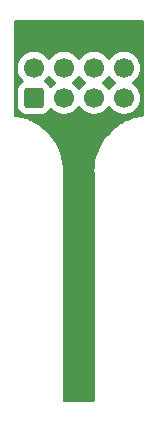
<source format=gbl>
%TF.GenerationSoftware,KiCad,Pcbnew,(6.0.2)*%
%TF.CreationDate,2022-03-06T00:56:29+01:00*%
%TF.ProjectId,canon-service-cable,63616e6f-6e2d-4736-9572-766963652d63,rev?*%
%TF.SameCoordinates,Original*%
%TF.FileFunction,Copper,L2,Bot*%
%TF.FilePolarity,Positive*%
%FSLAX46Y46*%
G04 Gerber Fmt 4.6, Leading zero omitted, Abs format (unit mm)*
G04 Created by KiCad (PCBNEW (6.0.2)) date 2022-03-06 00:56:29*
%MOMM*%
%LPD*%
G01*
G04 APERTURE LIST*
G04 Aperture macros list*
%AMRoundRect*
0 Rectangle with rounded corners*
0 $1 Rounding radius*
0 $2 $3 $4 $5 $6 $7 $8 $9 X,Y pos of 4 corners*
0 Add a 4 corners polygon primitive as box body*
4,1,4,$2,$3,$4,$5,$6,$7,$8,$9,$2,$3,0*
0 Add four circle primitives for the rounded corners*
1,1,$1+$1,$2,$3*
1,1,$1+$1,$4,$5*
1,1,$1+$1,$6,$7*
1,1,$1+$1,$8,$9*
0 Add four rect primitives between the rounded corners*
20,1,$1+$1,$2,$3,$4,$5,0*
20,1,$1+$1,$4,$5,$6,$7,0*
20,1,$1+$1,$6,$7,$8,$9,0*
20,1,$1+$1,$8,$9,$2,$3,0*%
G04 Aperture macros list end*
%TA.AperFunction,ComponentPad*%
%ADD10RoundRect,0.250000X0.600000X-0.600000X0.600000X0.600000X-0.600000X0.600000X-0.600000X-0.600000X0*%
%TD*%
%TA.AperFunction,ComponentPad*%
%ADD11C,1.700000*%
%TD*%
G04 APERTURE END LIST*
D10*
%TO.P,J1,1,Pin_1*%
%TO.N,/1*%
X46200000Y-49940000D03*
D11*
%TO.P,J1,2,Pin_2*%
%TO.N,/2*%
X46200000Y-47400000D03*
%TO.P,J1,3,Pin_3*%
%TO.N,/3*%
X48740000Y-49940000D03*
%TO.P,J1,4,Pin_4*%
%TO.N,/4*%
X48740000Y-47400000D03*
%TO.P,J1,5,Pin_5*%
%TO.N,/5*%
X51280000Y-49940000D03*
%TO.P,J1,6,Pin_6*%
%TO.N,/6*%
X51280000Y-47400000D03*
%TO.P,J1,7,Pin_7*%
%TO.N,/7*%
X53820000Y-49940000D03*
%TO.P,J1,8,Pin_8*%
%TO.N,/8*%
X53820000Y-47400000D03*
%TD*%
%TA.AperFunction,NonConductor*%
G36*
X47552026Y-48075144D02*
G01*
X47579875Y-48106994D01*
X47639987Y-48205088D01*
X47786250Y-48373938D01*
X47958126Y-48516632D01*
X47980960Y-48529975D01*
X48031445Y-48559476D01*
X48080169Y-48611114D01*
X48093240Y-48680897D01*
X48066509Y-48746669D01*
X48026055Y-48780027D01*
X48013607Y-48786507D01*
X48009474Y-48789610D01*
X48009471Y-48789612D01*
X47839100Y-48917530D01*
X47834965Y-48920635D01*
X47743781Y-49016054D01*
X47701027Y-49060793D01*
X47639503Y-49096223D01*
X47568590Y-49092766D01*
X47510804Y-49051520D01*
X47495833Y-49027194D01*
X47493865Y-49022994D01*
X47491550Y-49016054D01*
X47398478Y-48865652D01*
X47273303Y-48740695D01*
X47258166Y-48731364D01*
X47157226Y-48669144D01*
X47122738Y-48647885D01*
X47115785Y-48645579D01*
X47114904Y-48645168D01*
X47061618Y-48598252D01*
X47042156Y-48529975D01*
X47062696Y-48462015D01*
X47080529Y-48441844D01*
X47079860Y-48441173D01*
X47234435Y-48287137D01*
X47238096Y-48283489D01*
X47297594Y-48200689D01*
X47368453Y-48102077D01*
X47369776Y-48103028D01*
X47416645Y-48059857D01*
X47486580Y-48047625D01*
X47552026Y-48075144D01*
G37*
%TD.AperFunction*%
%TA.AperFunction,NonConductor*%
G36*
X50092026Y-48075144D02*
G01*
X50119875Y-48106994D01*
X50179987Y-48205088D01*
X50326250Y-48373938D01*
X50498126Y-48516632D01*
X50520960Y-48529975D01*
X50571445Y-48559476D01*
X50620169Y-48611114D01*
X50633240Y-48680897D01*
X50606509Y-48746669D01*
X50566055Y-48780027D01*
X50553607Y-48786507D01*
X50549474Y-48789610D01*
X50549471Y-48789612D01*
X50379100Y-48917530D01*
X50374965Y-48920635D01*
X50371393Y-48924373D01*
X50288580Y-49011032D01*
X50220629Y-49082138D01*
X50113201Y-49239621D01*
X50058293Y-49284621D01*
X49987768Y-49292792D01*
X49924021Y-49261538D01*
X49903324Y-49237054D01*
X49822822Y-49112617D01*
X49822820Y-49112614D01*
X49820014Y-49108277D01*
X49669670Y-48943051D01*
X49665619Y-48939852D01*
X49665615Y-48939848D01*
X49498414Y-48807800D01*
X49498410Y-48807798D01*
X49494359Y-48804598D01*
X49453053Y-48781796D01*
X49403084Y-48731364D01*
X49388312Y-48661921D01*
X49413428Y-48595516D01*
X49440780Y-48568909D01*
X49495363Y-48529975D01*
X49619860Y-48441173D01*
X49778096Y-48283489D01*
X49837594Y-48200689D01*
X49908453Y-48102077D01*
X49909776Y-48103028D01*
X49956645Y-48059857D01*
X50026580Y-48047625D01*
X50092026Y-48075144D01*
G37*
%TD.AperFunction*%
%TA.AperFunction,NonConductor*%
G36*
X52632026Y-48075144D02*
G01*
X52659875Y-48106994D01*
X52719987Y-48205088D01*
X52866250Y-48373938D01*
X53038126Y-48516632D01*
X53060960Y-48529975D01*
X53111445Y-48559476D01*
X53160169Y-48611114D01*
X53173240Y-48680897D01*
X53146509Y-48746669D01*
X53106055Y-48780027D01*
X53093607Y-48786507D01*
X53089474Y-48789610D01*
X53089471Y-48789612D01*
X52919100Y-48917530D01*
X52914965Y-48920635D01*
X52911393Y-48924373D01*
X52828580Y-49011032D01*
X52760629Y-49082138D01*
X52653201Y-49239621D01*
X52598293Y-49284621D01*
X52527768Y-49292792D01*
X52464021Y-49261538D01*
X52443324Y-49237054D01*
X52362822Y-49112617D01*
X52362820Y-49112614D01*
X52360014Y-49108277D01*
X52209670Y-48943051D01*
X52205619Y-48939852D01*
X52205615Y-48939848D01*
X52038414Y-48807800D01*
X52038410Y-48807798D01*
X52034359Y-48804598D01*
X51993053Y-48781796D01*
X51943084Y-48731364D01*
X51928312Y-48661921D01*
X51953428Y-48595516D01*
X51980780Y-48568909D01*
X52035363Y-48529975D01*
X52159860Y-48441173D01*
X52318096Y-48283489D01*
X52377594Y-48200689D01*
X52448453Y-48102077D01*
X52449776Y-48103028D01*
X52496645Y-48059857D01*
X52566580Y-48047625D01*
X52632026Y-48075144D01*
G37*
%TD.AperFunction*%
%TA.AperFunction,NonConductor*%
G36*
X55434121Y-43378002D02*
G01*
X55480614Y-43431658D01*
X55492000Y-43484000D01*
X55492000Y-51414391D01*
X55471998Y-51482512D01*
X55418342Y-51529005D01*
X55383811Y-51539125D01*
X55313159Y-51549213D01*
X55185299Y-51567467D01*
X55185287Y-51567469D01*
X55182592Y-51567854D01*
X54785177Y-51660242D01*
X54471608Y-51762426D01*
X54439722Y-51772817D01*
X54397242Y-51786660D01*
X54394732Y-51787726D01*
X54394724Y-51787729D01*
X54062658Y-51928762D01*
X54021696Y-51946159D01*
X53661354Y-52137544D01*
X53659064Y-52139027D01*
X53659058Y-52139031D01*
X53593018Y-52181813D01*
X53318917Y-52359380D01*
X53316765Y-52361055D01*
X53316761Y-52361058D01*
X53142548Y-52496669D01*
X52996951Y-52610004D01*
X52994943Y-52611867D01*
X52994941Y-52611869D01*
X52699865Y-52885686D01*
X52699856Y-52885695D01*
X52697870Y-52887538D01*
X52696047Y-52889550D01*
X52464315Y-53145313D01*
X52423915Y-53189902D01*
X52422267Y-53192072D01*
X52178790Y-53512656D01*
X52178784Y-53512665D01*
X52177141Y-53514828D01*
X52175682Y-53517140D01*
X51966402Y-53848782D01*
X51959397Y-53859882D01*
X51772316Y-54222477D01*
X51617298Y-54599895D01*
X51616488Y-54602485D01*
X51616484Y-54602496D01*
X51558884Y-54786667D01*
X51495508Y-54989307D01*
X51407856Y-55387794D01*
X51355001Y-55792370D01*
X51354883Y-55795083D01*
X51354883Y-55795088D01*
X51338653Y-56169668D01*
X51337795Y-56177807D01*
X51337873Y-56177814D01*
X51337439Y-56182658D01*
X51336631Y-56187461D01*
X51336478Y-56200000D01*
X51340431Y-56227601D01*
X51341702Y-56245450D01*
X51341994Y-75565998D01*
X51321993Y-75634119D01*
X51268338Y-75680613D01*
X51215994Y-75692000D01*
X48784000Y-75692000D01*
X48715879Y-75671998D01*
X48669386Y-75618342D01*
X48658000Y-75566000D01*
X48658000Y-56257040D01*
X48660007Y-56234640D01*
X48662017Y-56223514D01*
X48662017Y-56223513D01*
X48662883Y-56218720D01*
X48663187Y-56206184D01*
X48662555Y-56201362D01*
X48662297Y-56196491D01*
X48662374Y-56196487D01*
X48662116Y-56193320D01*
X48661175Y-56163835D01*
X48649445Y-55796491D01*
X48600432Y-55389539D01*
X48515868Y-54988464D01*
X48396405Y-54596366D01*
X48242967Y-54216274D01*
X48067654Y-53872527D01*
X48058000Y-53853598D01*
X48057997Y-53853593D01*
X48056740Y-53851128D01*
X47893301Y-53590183D01*
X47840628Y-53506087D01*
X47839163Y-53503748D01*
X47591918Y-53176820D01*
X47590077Y-53174785D01*
X47590071Y-53174778D01*
X47318774Y-52874924D01*
X47316915Y-52872869D01*
X47105813Y-52677223D01*
X47018314Y-52596131D01*
X47018313Y-52596130D01*
X47016280Y-52594246D01*
X46911772Y-52513224D01*
X46694525Y-52344800D01*
X46694524Y-52344799D01*
X46692336Y-52343103D01*
X46347587Y-52121382D01*
X46261213Y-52076019D01*
X45987157Y-51932088D01*
X45987158Y-51932088D01*
X45984697Y-51930796D01*
X45979828Y-51928762D01*
X45838240Y-51869623D01*
X45606470Y-51772817D01*
X45215831Y-51648667D01*
X45213132Y-51648064D01*
X45213128Y-51648063D01*
X44818515Y-51559913D01*
X44818512Y-51559912D01*
X44815797Y-51559306D01*
X44813054Y-51558942D01*
X44813047Y-51558941D01*
X44617436Y-51533002D01*
X44552536Y-51504218D01*
X44513500Y-51444916D01*
X44508000Y-51408095D01*
X44508000Y-47366695D01*
X44837251Y-47366695D01*
X44837548Y-47371848D01*
X44837548Y-47371851D01*
X44843011Y-47466590D01*
X44850110Y-47589715D01*
X44851247Y-47594761D01*
X44851248Y-47594767D01*
X44871119Y-47682939D01*
X44899222Y-47807639D01*
X44983266Y-48014616D01*
X45034019Y-48097438D01*
X45097291Y-48200688D01*
X45099987Y-48205088D01*
X45246250Y-48373938D01*
X45316344Y-48432131D01*
X45355979Y-48491033D01*
X45357477Y-48562014D01*
X45320363Y-48622537D01*
X45289312Y-48643175D01*
X45282996Y-48646134D01*
X45276054Y-48648450D01*
X45125652Y-48741522D01*
X45000695Y-48866697D01*
X44996855Y-48872927D01*
X44996854Y-48872928D01*
X44912466Y-49009831D01*
X44907885Y-49017262D01*
X44852203Y-49185139D01*
X44841500Y-49289600D01*
X44841500Y-50590400D01*
X44841837Y-50593646D01*
X44841837Y-50593650D01*
X44847298Y-50646277D01*
X44852474Y-50696166D01*
X44854655Y-50702702D01*
X44854655Y-50702704D01*
X44898728Y-50834806D01*
X44908450Y-50863946D01*
X45001522Y-51014348D01*
X45126697Y-51139305D01*
X45132927Y-51143145D01*
X45132928Y-51143146D01*
X45270090Y-51227694D01*
X45277262Y-51232115D01*
X45331371Y-51250062D01*
X45438611Y-51285632D01*
X45438613Y-51285632D01*
X45445139Y-51287797D01*
X45451975Y-51288497D01*
X45451978Y-51288498D01*
X45491372Y-51292534D01*
X45549600Y-51298500D01*
X46850400Y-51298500D01*
X46853646Y-51298163D01*
X46853650Y-51298163D01*
X46949308Y-51288238D01*
X46949312Y-51288237D01*
X46956166Y-51287526D01*
X46962702Y-51285345D01*
X46962704Y-51285345D01*
X47094806Y-51241272D01*
X47123946Y-51231550D01*
X47274348Y-51138478D01*
X47399305Y-51013303D01*
X47492115Y-50862738D01*
X47494418Y-50855795D01*
X47496763Y-50850766D01*
X47543680Y-50797481D01*
X47611958Y-50778021D01*
X47679918Y-50798564D01*
X47706194Y-50821520D01*
X47782860Y-50910025D01*
X47786250Y-50913938D01*
X47958126Y-51056632D01*
X48151000Y-51169338D01*
X48359692Y-51249030D01*
X48364760Y-51250061D01*
X48364763Y-51250062D01*
X48472017Y-51271883D01*
X48578597Y-51293567D01*
X48583772Y-51293757D01*
X48583774Y-51293757D01*
X48796673Y-51301564D01*
X48796677Y-51301564D01*
X48801837Y-51301753D01*
X48806957Y-51301097D01*
X48806959Y-51301097D01*
X49018288Y-51274025D01*
X49018289Y-51274025D01*
X49023416Y-51273368D01*
X49028366Y-51271883D01*
X49232429Y-51210661D01*
X49232434Y-51210659D01*
X49237384Y-51209174D01*
X49437994Y-51110896D01*
X49619860Y-50981173D01*
X49778096Y-50823489D01*
X49908453Y-50642077D01*
X49909776Y-50643028D01*
X49956645Y-50599857D01*
X50026580Y-50587625D01*
X50092026Y-50615144D01*
X50119875Y-50646994D01*
X50179987Y-50745088D01*
X50326250Y-50913938D01*
X50498126Y-51056632D01*
X50691000Y-51169338D01*
X50899692Y-51249030D01*
X50904760Y-51250061D01*
X50904763Y-51250062D01*
X51012017Y-51271883D01*
X51118597Y-51293567D01*
X51123772Y-51293757D01*
X51123774Y-51293757D01*
X51336673Y-51301564D01*
X51336677Y-51301564D01*
X51341837Y-51301753D01*
X51346957Y-51301097D01*
X51346959Y-51301097D01*
X51558288Y-51274025D01*
X51558289Y-51274025D01*
X51563416Y-51273368D01*
X51568366Y-51271883D01*
X51772429Y-51210661D01*
X51772434Y-51210659D01*
X51777384Y-51209174D01*
X51977994Y-51110896D01*
X52159860Y-50981173D01*
X52318096Y-50823489D01*
X52448453Y-50642077D01*
X52449776Y-50643028D01*
X52496645Y-50599857D01*
X52566580Y-50587625D01*
X52632026Y-50615144D01*
X52659875Y-50646994D01*
X52719987Y-50745088D01*
X52866250Y-50913938D01*
X53038126Y-51056632D01*
X53231000Y-51169338D01*
X53439692Y-51249030D01*
X53444760Y-51250061D01*
X53444763Y-51250062D01*
X53552017Y-51271883D01*
X53658597Y-51293567D01*
X53663772Y-51293757D01*
X53663774Y-51293757D01*
X53876673Y-51301564D01*
X53876677Y-51301564D01*
X53881837Y-51301753D01*
X53886957Y-51301097D01*
X53886959Y-51301097D01*
X54098288Y-51274025D01*
X54098289Y-51274025D01*
X54103416Y-51273368D01*
X54108366Y-51271883D01*
X54312429Y-51210661D01*
X54312434Y-51210659D01*
X54317384Y-51209174D01*
X54517994Y-51110896D01*
X54699860Y-50981173D01*
X54858096Y-50823489D01*
X54988453Y-50642077D01*
X55009320Y-50599857D01*
X55085136Y-50446453D01*
X55085137Y-50446451D01*
X55087430Y-50441811D01*
X55152370Y-50228069D01*
X55181529Y-50006590D01*
X55183156Y-49940000D01*
X55164852Y-49717361D01*
X55110431Y-49500702D01*
X55021354Y-49295840D01*
X54900014Y-49108277D01*
X54749670Y-48943051D01*
X54745619Y-48939852D01*
X54745615Y-48939848D01*
X54578414Y-48807800D01*
X54578410Y-48807798D01*
X54574359Y-48804598D01*
X54533053Y-48781796D01*
X54483084Y-48731364D01*
X54468312Y-48661921D01*
X54493428Y-48595516D01*
X54520780Y-48568909D01*
X54575363Y-48529975D01*
X54699860Y-48441173D01*
X54858096Y-48283489D01*
X54917594Y-48200689D01*
X54985435Y-48106277D01*
X54988453Y-48102077D01*
X55009320Y-48059857D01*
X55085136Y-47906453D01*
X55085137Y-47906451D01*
X55087430Y-47901811D01*
X55152370Y-47688069D01*
X55181529Y-47466590D01*
X55183156Y-47400000D01*
X55164852Y-47177361D01*
X55110431Y-46960702D01*
X55021354Y-46755840D01*
X54900014Y-46568277D01*
X54749670Y-46403051D01*
X54745619Y-46399852D01*
X54745615Y-46399848D01*
X54578414Y-46267800D01*
X54578410Y-46267798D01*
X54574359Y-46264598D01*
X54378789Y-46156638D01*
X54373920Y-46154914D01*
X54373916Y-46154912D01*
X54173087Y-46083795D01*
X54173083Y-46083794D01*
X54168212Y-46082069D01*
X54163119Y-46081162D01*
X54163116Y-46081161D01*
X53953373Y-46043800D01*
X53953367Y-46043799D01*
X53948284Y-46042894D01*
X53874452Y-46041992D01*
X53730081Y-46040228D01*
X53730079Y-46040228D01*
X53724911Y-46040165D01*
X53504091Y-46073955D01*
X53291756Y-46143357D01*
X53093607Y-46246507D01*
X53089474Y-46249610D01*
X53089471Y-46249612D01*
X53065247Y-46267800D01*
X52914965Y-46380635D01*
X52760629Y-46542138D01*
X52653201Y-46699621D01*
X52598293Y-46744621D01*
X52527768Y-46752792D01*
X52464021Y-46721538D01*
X52443324Y-46697054D01*
X52362822Y-46572617D01*
X52362820Y-46572614D01*
X52360014Y-46568277D01*
X52209670Y-46403051D01*
X52205619Y-46399852D01*
X52205615Y-46399848D01*
X52038414Y-46267800D01*
X52038410Y-46267798D01*
X52034359Y-46264598D01*
X51838789Y-46156638D01*
X51833920Y-46154914D01*
X51833916Y-46154912D01*
X51633087Y-46083795D01*
X51633083Y-46083794D01*
X51628212Y-46082069D01*
X51623119Y-46081162D01*
X51623116Y-46081161D01*
X51413373Y-46043800D01*
X51413367Y-46043799D01*
X51408284Y-46042894D01*
X51334452Y-46041992D01*
X51190081Y-46040228D01*
X51190079Y-46040228D01*
X51184911Y-46040165D01*
X50964091Y-46073955D01*
X50751756Y-46143357D01*
X50553607Y-46246507D01*
X50549474Y-46249610D01*
X50549471Y-46249612D01*
X50525247Y-46267800D01*
X50374965Y-46380635D01*
X50220629Y-46542138D01*
X50113201Y-46699621D01*
X50058293Y-46744621D01*
X49987768Y-46752792D01*
X49924021Y-46721538D01*
X49903324Y-46697054D01*
X49822822Y-46572617D01*
X49822820Y-46572614D01*
X49820014Y-46568277D01*
X49669670Y-46403051D01*
X49665619Y-46399852D01*
X49665615Y-46399848D01*
X49498414Y-46267800D01*
X49498410Y-46267798D01*
X49494359Y-46264598D01*
X49298789Y-46156638D01*
X49293920Y-46154914D01*
X49293916Y-46154912D01*
X49093087Y-46083795D01*
X49093083Y-46083794D01*
X49088212Y-46082069D01*
X49083119Y-46081162D01*
X49083116Y-46081161D01*
X48873373Y-46043800D01*
X48873367Y-46043799D01*
X48868284Y-46042894D01*
X48794452Y-46041992D01*
X48650081Y-46040228D01*
X48650079Y-46040228D01*
X48644911Y-46040165D01*
X48424091Y-46073955D01*
X48211756Y-46143357D01*
X48013607Y-46246507D01*
X48009474Y-46249610D01*
X48009471Y-46249612D01*
X47985247Y-46267800D01*
X47834965Y-46380635D01*
X47680629Y-46542138D01*
X47573201Y-46699621D01*
X47518293Y-46744621D01*
X47447768Y-46752792D01*
X47384021Y-46721538D01*
X47363324Y-46697054D01*
X47282822Y-46572617D01*
X47282820Y-46572614D01*
X47280014Y-46568277D01*
X47129670Y-46403051D01*
X47125619Y-46399852D01*
X47125615Y-46399848D01*
X46958414Y-46267800D01*
X46958410Y-46267798D01*
X46954359Y-46264598D01*
X46758789Y-46156638D01*
X46753920Y-46154914D01*
X46753916Y-46154912D01*
X46553087Y-46083795D01*
X46553083Y-46083794D01*
X46548212Y-46082069D01*
X46543119Y-46081162D01*
X46543116Y-46081161D01*
X46333373Y-46043800D01*
X46333367Y-46043799D01*
X46328284Y-46042894D01*
X46254452Y-46041992D01*
X46110081Y-46040228D01*
X46110079Y-46040228D01*
X46104911Y-46040165D01*
X45884091Y-46073955D01*
X45671756Y-46143357D01*
X45473607Y-46246507D01*
X45469474Y-46249610D01*
X45469471Y-46249612D01*
X45445247Y-46267800D01*
X45294965Y-46380635D01*
X45140629Y-46542138D01*
X45014743Y-46726680D01*
X44920688Y-46929305D01*
X44860989Y-47144570D01*
X44837251Y-47366695D01*
X44508000Y-47366695D01*
X44508000Y-43484000D01*
X44528002Y-43415879D01*
X44581658Y-43369386D01*
X44634000Y-43358000D01*
X55366000Y-43358000D01*
X55434121Y-43378002D01*
G37*
%TD.AperFunction*%
M02*

</source>
